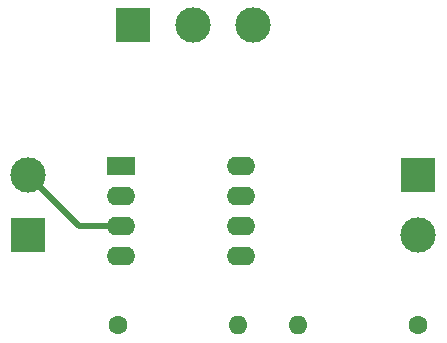
<source format=gbr>
G04 #@! TF.GenerationSoftware,KiCad,Pcbnew,(5.1.6)-1*
G04 #@! TF.CreationDate,2020-07-25T06:59:07+02:00*
G04 #@! TF.ProjectId,kiCad,6b694361-642e-46b6-9963-61645f706362,rev?*
G04 #@! TF.SameCoordinates,Original*
G04 #@! TF.FileFunction,Copper,L2,Bot*
G04 #@! TF.FilePolarity,Positive*
%FSLAX46Y46*%
G04 Gerber Fmt 4.6, Leading zero omitted, Abs format (unit mm)*
G04 Created by KiCad (PCBNEW (5.1.6)-1) date 2020-07-25 06:59:07*
%MOMM*%
%LPD*%
G01*
G04 APERTURE LIST*
G04 #@! TA.AperFunction,ComponentPad*
%ADD10R,3.000000X3.000000*%
G04 #@! TD*
G04 #@! TA.AperFunction,ComponentPad*
%ADD11C,3.000000*%
G04 #@! TD*
G04 #@! TA.AperFunction,ComponentPad*
%ADD12O,1.600000X1.600000*%
G04 #@! TD*
G04 #@! TA.AperFunction,ComponentPad*
%ADD13C,1.600000*%
G04 #@! TD*
G04 #@! TA.AperFunction,ComponentPad*
%ADD14R,2.400000X1.600000*%
G04 #@! TD*
G04 #@! TA.AperFunction,ComponentPad*
%ADD15O,2.400000X1.600000*%
G04 #@! TD*
G04 #@! TA.AperFunction,Conductor*
%ADD16C,0.500000*%
G04 #@! TD*
G04 APERTURE END LIST*
D10*
X83820000Y-62230000D03*
D11*
X88900000Y-62230000D03*
X93980000Y-62230000D03*
X74930000Y-74930000D03*
D10*
X74930000Y-80010000D03*
X107950000Y-74930000D03*
D11*
X107950000Y-80010000D03*
D12*
X97790000Y-87630000D03*
D13*
X107950000Y-87630000D03*
X82550000Y-87630000D03*
D12*
X92710000Y-87630000D03*
D14*
X82805001Y-74125001D03*
D15*
X92965001Y-81745001D03*
X82805001Y-76665001D03*
X92965001Y-79205001D03*
X82805001Y-79205001D03*
X92965001Y-76665001D03*
X82805001Y-81745001D03*
X92965001Y-74125001D03*
D16*
X79205001Y-79205001D02*
X82805001Y-79205001D01*
X74930000Y-74930000D02*
X79205001Y-79205001D01*
M02*

</source>
